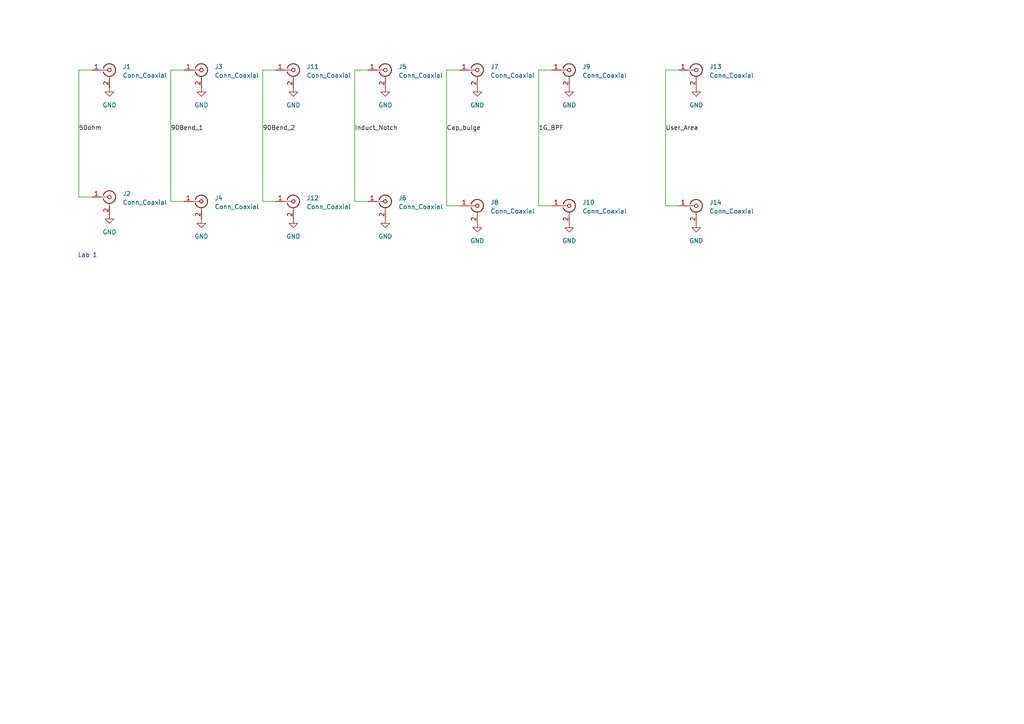
<source format=kicad_sch>
(kicad_sch (version 20231120) (generator "eeschema") (generator_version "8.0")
  (paper "A4")
  (lib_symbols
    (symbol "Connector:Conn_Coaxial" (pin_names (offset 1.016) hide)
      (property "Reference" "J" (at 0.254 3.048 0))
      (property "Value" "Conn_Coaxial" (at 2.921 0 90))
      (symbol "Conn_Coaxial_0_1"
        (arc (start -1.778 -0.508) (mid 0.2311 -1.8066) (end 1.778 0) (stroke (width 0.254)))
        (polyline (pts (xy -2.54 0) (xy -0.508 0)))
        (polyline (pts (xy 0 -2.54) (xy 0 -1.778)))
        (circle (center 0 0) (radius 0.508) (stroke (width 0.2032)))
        (arc (start 1.778 0) (mid 0.2099 1.8101) (end -1.778 0.508) (stroke (width 0.254)))
      )
      (symbol "Conn_Coaxial_1_1"
        (pin passive line (at -5.08 0 0) (length 2.54) (name "In") (number "1"))
        (pin passive line (at 0 -5.08 90) (length 2.54) (name "Ext") (number "2"))
      )
    )
    (symbol "power:GND" (power) (pin_numbers hide) (pin_names (offset 0) hide)
      (property "Value" "GND" (at 0 -3.81 0))
      (symbol "GND_0_1"
        (polyline (pts (xy 0 0) (xy 0 -1.27) (xy 1.27 -1.27) (xy 0 -2.54) (xy -1.27 -1.27) (xy 0 -1.27)))
      )
      (symbol "GND_1_1"
        (pin power_in line (at 0 0 270) (length 0) (name "~") (number "1"))
      )
    )
  )
  (wire (pts (xy 156.21 20.32) (xy 156.21 59.69)))
  (wire (pts (xy 22.86 20.32) (xy 22.86 57.15)))
  (wire (pts (xy 22.86 57.15) (xy 26.67 57.15)))
  (wire (pts (xy 76.2 58.42) (xy 80.01 58.42)))
  (wire (pts (xy 160.02 20.32) (xy 156.21 20.32)))
  (wire (pts (xy 133.35 20.32) (xy 129.54 20.32)))
  (wire (pts (xy 80.01 20.32) (xy 76.2 20.32)))
  (wire (pts (xy 49.53 58.42) (xy 53.34 58.42)))
  (wire (pts (xy 26.67 20.32) (xy 22.86 20.32)))
  (wire (pts (xy 102.87 20.32) (xy 102.87 58.42)))
  (wire (pts (xy 129.54 59.69) (xy 133.35 59.69)))
  (wire (pts (xy 76.2 20.32) (xy 76.2 58.42)))
  (wire (pts (xy 193.04 59.69) (xy 196.85 59.69)))
  (wire (pts (xy 49.53 20.32) (xy 49.53 58.42)))
  (wire (pts (xy 196.85 20.32) (xy 193.04 20.32)))
  (wire (pts (xy 102.87 58.42) (xy 106.68 58.42)))
  (wire (pts (xy 129.54 20.32) (xy 129.54 59.69)))
  (wire (pts (xy 53.34 20.32) (xy 49.53 20.32)))
  (wire (pts (xy 106.68 20.32) (xy 102.87 20.32)))
  (wire (pts (xy 156.21 59.69) (xy 160.02 59.69)))
  (wire (pts (xy 193.04 20.32) (xy 193.04 59.69)))
  (text "Lab 1\n" (at 25.4 74.168 0) (effects (font (size 1.27 1.27))))
  (label "90Bend_1" (at 49.53 38.1 0))
  (label "50ohm" (at 22.86 38.1 0))
  (label "Induct_Notch" (at 102.87 38.1 0))
  (label "90Bend_2" (at 76.2 38.1 0))
  (label "Cap_bulge" (at 129.54 38.1 0))
  (label "1G_BPF" (at 156.21 38.1 0))
  (label "User_Area" (at 193.04 38.1 0))
  (symbol (lib_id "Connector:Conn_Coaxial") (at 85.09 20.32 0) (unit 1)
    (property "Reference" "J11" (at 88.9 19.3431 0) (effects (justify left)))
    (property "Value" "Conn_Coaxial" (at 88.9 21.8831 0) (effects (justify left)))
    (property "Footprint" "Connector_Coaxial:BNC_TEConnectivity_1478204_Vertical" (effects (hide yes)))
    (property "Description" "coaxial connector (BNC, SMA, SMB, SMC, Cinch/RCA, LEMO, ...)" (effects (hide yes)))
  )
  (symbol (lib_id "Connector:Conn_Coaxial") (at 111.76 58.42 0) (unit 1)
    (property "Reference" "J6" (at 115.57 57.4431 0) (effects (justify left)))
    (property "Value" "Conn_Coaxial" (at 115.57 59.9831 0) (effects (justify left)))
    (property "Footprint" "Connector_Coaxial:BNC_TEConnectivity_1478204_Vertical" (effects (hide yes)))
    (property "Description" "coaxial connector (BNC, SMA, SMB, SMC, Cinch/RCA, LEMO, ...)" (effects (hide yes)))
  )
  (symbol (lib_id "Connector:Conn_Coaxial") (at 165.1 59.69 0) (unit 1)
    (property "Reference" "J10" (at 168.91 58.7131 0) (effects (justify left)))
    (property "Value" "Conn_Coaxial" (at 168.91 61.2531 0) (effects (justify left)))
    (property "Footprint" "Connector_Coaxial:BNC_TEConnectivity_1478204_Vertical" (effects (hide yes)))
    (property "Description" "coaxial connector (BNC, SMA, SMB, SMC, Cinch/RCA, LEMO, ...)" (effects (hide yes)))
  )
  (symbol (lib_id "power:GND") (at 31.75 62.23 0) (unit 1)
    (property "Reference" "#PWR02" (effects (hide yes)))
    (property "Value" "GND" (at 31.75 67.31 0))
    (property "Description" "Power symbol creates a global label with name \"GND\" , ground" (effects (hide yes)))
  )
  (symbol (lib_id "Connector:Conn_Coaxial") (at 165.1 20.32 0) (unit 1)
    (property "Reference" "J9" (at 168.91 19.3431 0) (effects (justify left)))
    (property "Value" "Conn_Coaxial" (at 168.91 21.8831 0) (effects (justify left)))
    (property "Footprint" "Connector_Coaxial:BNC_TEConnectivity_1478204_Vertical" (effects (hide yes)))
    (property "Description" "coaxial connector (BNC, SMA, SMB, SMC, Cinch/RCA, LEMO, ...)" (effects (hide yes)))
  )
  (symbol (lib_id "Connector:Conn_Coaxial") (at 31.75 57.15 0) (unit 1)
    (property "Reference" "J2" (at 35.56 56.1731 0) (effects (justify left)))
    (property "Value" "Conn_Coaxial" (at 35.56 58.7131 0) (effects (justify left)))
    (property "Footprint" "Connector_Coaxial:BNC_TEConnectivity_1478204_Vertical" (effects (hide yes)))
    (property "Description" "coaxial connector (BNC, SMA, SMB, SMC, Cinch/RCA, LEMO, ...)" (effects (hide yes)))
  )
  (symbol (lib_id "power:GND") (at 111.76 63.5 0) (unit 1)
    (property "Reference" "#PWR08" (effects (hide yes)))
    (property "Value" "GND" (at 111.76 68.58 0))
    (property "Description" "Power symbol creates a global label with name \"GND\" , ground" (effects (hide yes)))
  )
  (symbol (lib_id "power:GND") (at 85.09 63.5 0) (unit 1)
    (property "Reference" "#PWR06" (effects (hide yes)))
    (property "Value" "GND" (at 85.09 68.58 0))
    (property "Description" "Power symbol creates a global label with name \"GND\" , ground" (effects (hide yes)))
  )
  (symbol (lib_id "Connector:Conn_Coaxial") (at 58.42 58.42 0) (unit 1)
    (property "Reference" "J4" (at 62.23 57.4431 0) (effects (justify left)))
    (property "Value" "Conn_Coaxial" (at 62.23 59.9831 0) (effects (justify left)))
    (property "Footprint" "Connector_Coaxial:BNC_TEConnectivity_1478204_Vertical" (effects (hide yes)))
    (property "Description" "coaxial connector (BNC, SMA, SMB, SMC, Cinch/RCA, LEMO, ...)" (effects (hide yes)))
  )
  (symbol (lib_id "power:GND") (at 165.1 25.4 0) (unit 1)
    (property "Reference" "#PWR011" (effects (hide yes)))
    (property "Value" "GND" (at 165.1 30.48 0))
    (property "Description" "Power symbol creates a global label with name \"GND\" , ground" (effects (hide yes)))
  )
  (symbol (lib_id "Connector:Conn_Coaxial") (at 201.93 59.69 0) (unit 1)
    (property "Reference" "J14" (at 205.74 58.7131 0) (effects (justify left)))
    (property "Value" "Conn_Coaxial" (at 205.74 61.2531 0) (effects (justify left)))
    (property "Footprint" "Connector_Coaxial:BNC_TEConnectivity_1478204_Vertical" (effects (hide yes)))
    (property "Description" "coaxial connector (BNC, SMA, SMB, SMC, Cinch/RCA, LEMO, ...)" (effects (hide yes)))
  )
  (symbol (lib_id "Connector:Conn_Coaxial") (at 85.09 58.42 0) (unit 1)
    (property "Reference" "J12" (at 88.9 57.4431 0) (effects (justify left)))
    (property "Value" "Conn_Coaxial" (at 88.9 59.9831 0) (effects (justify left)))
    (property "Footprint" "Connector_Coaxial:BNC_TEConnectivity_1478204_Vertical" (effects (hide yes)))
    (property "Description" "coaxial connector (BNC, SMA, SMB, SMC, Cinch/RCA, LEMO, ...)" (effects (hide yes)))
  )
  (symbol (lib_id "power:GND") (at 58.42 25.4 0) (unit 1)
    (property "Reference" "#PWR03" (effects (hide yes)))
    (property "Value" "GND" (at 58.42 30.48 0))
    (property "Description" "Power symbol creates a global label with name \"GND\" , ground" (effects (hide yes)))
  )
  (symbol (lib_id "Connector:Conn_Coaxial") (at 111.76 20.32 0) (unit 1)
    (property "Reference" "J5" (at 115.57 19.3431 0) (effects (justify left)))
    (property "Value" "Conn_Coaxial" (at 115.57 21.8831 0) (effects (justify left)))
    (property "Footprint" "Connector_Coaxial:BNC_TEConnectivity_1478204_Vertical" (effects (hide yes)))
    (property "Description" "coaxial connector (BNC, SMA, SMB, SMC, Cinch/RCA, LEMO, ...)" (effects (hide yes)))
  )
  (symbol (lib_id "Connector:Conn_Coaxial") (at 201.93 20.32 0) (unit 1)
    (property "Reference" "J13" (at 205.74 19.3431 0) (effects (justify left)))
    (property "Value" "Conn_Coaxial" (at 205.74 21.8831 0) (effects (justify left)))
    (property "Footprint" "Connector_Coaxial:BNC_TEConnectivity_1478204_Vertical" (effects (hide yes)))
    (property "Description" "coaxial connector (BNC, SMA, SMB, SMC, Cinch/RCA, LEMO, ...)" (effects (hide yes)))
  )
  (symbol (lib_id "power:GND") (at 31.75 25.4 0) (unit 1)
    (property "Reference" "#PWR01" (effects (hide yes)))
    (property "Value" "GND" (at 31.75 30.48 0))
    (property "Description" "Power symbol creates a global label with name \"GND\" , ground" (effects (hide yes)))
  )
  (symbol (lib_id "power:GND") (at 138.43 64.77 0) (unit 1)
    (property "Reference" "#PWR010" (effects (hide yes)))
    (property "Value" "GND" (at 138.43 69.85 0))
    (property "Description" "Power symbol creates a global label with name \"GND\" , ground" (effects (hide yes)))
  )
  (symbol (lib_id "power:GND") (at 138.43 25.4 0) (unit 1)
    (property "Reference" "#PWR09" (effects (hide yes)))
    (property "Value" "GND" (at 138.43 30.48 0))
    (property "Description" "Power symbol creates a global label with name \"GND\" , ground" (effects (hide yes)))
  )
  (symbol (lib_id "power:GND") (at 111.76 25.4 0) (unit 1)
    (property "Reference" "#PWR07" (effects (hide yes)))
    (property "Value" "GND" (at 111.76 30.48 0))
    (property "Description" "Power symbol creates a global label with name \"GND\" , ground" (effects (hide yes)))
  )
  (symbol (lib_id "power:GND") (at 85.09 25.4 0) (unit 1)
    (property "Reference" "#PWR05" (effects (hide yes)))
    (property "Value" "GND" (at 85.09 30.48 0))
    (property "Description" "Power symbol creates a global label with name \"GND\" , ground" (effects (hide yes)))
  )
  (symbol (lib_id "Connector:Conn_Coaxial") (at 31.75 20.32 0) (unit 1)
    (property "Reference" "J1" (at 35.56 19.3431 0) (effects (justify left)))
    (property "Value" "Conn_Coaxial" (at 35.56 21.8831 0) (effects (justify left)))
    (property "Footprint" "Connector_Coaxial:BNC_TEConnectivity_1478204_Vertical" (effects (hide yes)))
    (property "Description" "coaxial connector (BNC, SMA, SMB, SMC, Cinch/RCA, LEMO, ...)" (effects (hide yes)))
  )
  (symbol (lib_id "Connector:Conn_Coaxial") (at 138.43 20.32 0) (unit 1)
    (property "Reference" "J7" (at 142.24 19.3431 0) (effects (justify left)))
    (property "Value" "Conn_Coaxial" (at 142.24 21.8831 0) (effects (justify left)))
    (property "Footprint" "Connector_Coaxial:BNC_TEConnectivity_1478204_Vertical" (effects (hide yes)))
    (property "Description" "coaxial connector (BNC, SMA, SMB, SMC, Cinch/RCA, LEMO, ...)" (effects (hide yes)))
  )
  (symbol (lib_id "Connector:Conn_Coaxial") (at 58.42 20.32 0) (unit 1)
    (property "Reference" "J3" (at 62.23 19.3431 0) (effects (justify left)))
    (property "Value" "Conn_Coaxial" (at 62.23 21.8831 0) (effects (justify left)))
    (property "Footprint" "Connector_Coaxial:BNC_TEConnectivity_1478204_Vertical" (effects (hide yes)))
    (property "Description" "coaxial connector (BNC, SMA, SMB, SMC, Cinch/RCA, LEMO, ...)" (effects (hide yes)))
  )
  (symbol (lib_id "power:GND") (at 201.93 25.4 0) (unit 1)
    (property "Reference" "#PWR013" (effects (hide yes)))
    (property "Value" "GND" (at 201.93 30.48 0))
    (property "Description" "Power symbol creates a global label with name \"GND\" , ground" (effects (hide yes)))
  )
  (symbol (lib_id "power:GND") (at 58.42 63.5 0) (unit 1)
    (property "Reference" "#PWR04" (effects (hide yes)))
    (property "Value" "GND" (at 58.42 68.58 0))
    (property "Description" "Power symbol creates a global label with name \"GND\" , ground" (effects (hide yes)))
  )
  (symbol (lib_id "power:GND") (at 165.1 64.77 0) (unit 1)
    (property "Reference" "#PWR012" (effects (hide yes)))
    (property "Value" "GND" (at 165.1 69.85 0))
    (property "Description" "Power symbol creates a global label with name \"GND\" , ground" (effects (hide yes)))
  )
  (symbol (lib_id "power:GND") (at 201.93 64.77 0) (unit 1)
    (property "Reference" "#PWR014" (effects (hide yes)))
    (property "Value" "GND" (at 201.93 69.85 0))
    (property "Description" "Power symbol creates a global label with name \"GND\" , ground" (effects (hide yes)))
  )
  (symbol (lib_id "Connector:Conn_Coaxial") (at 138.43 59.69 0) (unit 1)
    (property "Reference" "J8" (at 142.24 58.7131 0) (effects (justify left)))
    (property "Value" "Conn_Coaxial" (at 142.24 61.2531 0) (effects (justify left)))
    (property "Footprint" "Connector_Coaxial:BNC_TEConnectivity_1478204_Vertical" (effects (hide yes)))
    (property "Description" "coaxial connector (BNC, SMA, SMB, SMC, Cinch/RCA, LEMO, ...)" (effects (hide yes)))
  )
)
</source>
